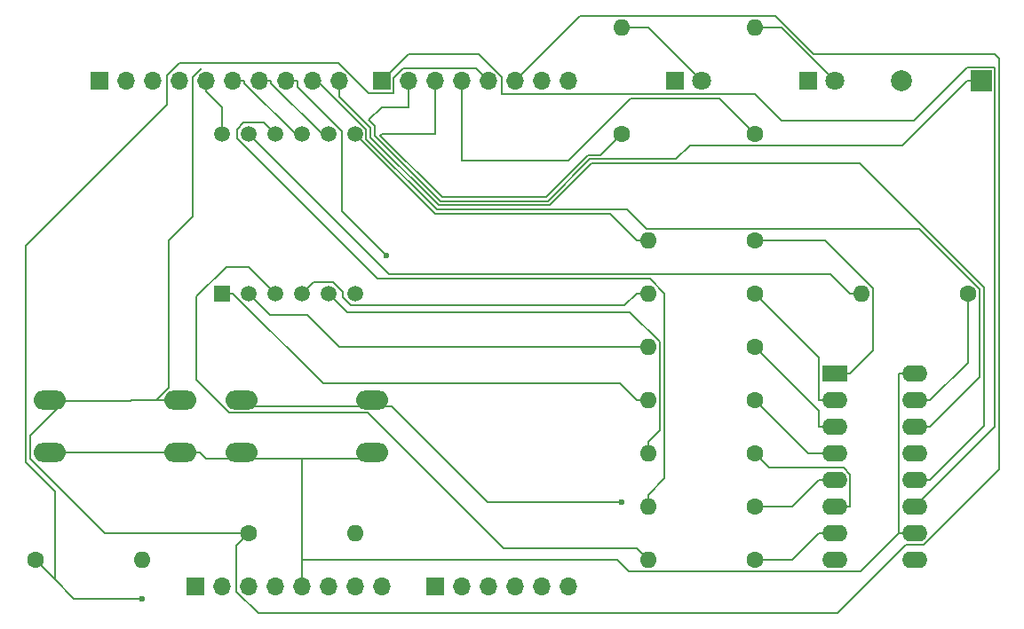
<source format=gbr>
%TF.GenerationSoftware,KiCad,Pcbnew,(7.0.0)*%
%TF.CreationDate,2023-04-11T17:05:15-06:00*%
%TF.ProjectId,EmbeddedSystemsPhaseA,456d6265-6464-4656-9453-797374656d73,rev?*%
%TF.SameCoordinates,Original*%
%TF.FileFunction,Copper,L1,Top*%
%TF.FilePolarity,Positive*%
%FSLAX46Y46*%
G04 Gerber Fmt 4.6, Leading zero omitted, Abs format (unit mm)*
G04 Created by KiCad (PCBNEW (7.0.0)) date 2023-04-11 17:05:15*
%MOMM*%
%LPD*%
G01*
G04 APERTURE LIST*
%TA.AperFunction,ComponentPad*%
%ADD10R,1.700000X1.700000*%
%TD*%
%TA.AperFunction,ComponentPad*%
%ADD11O,1.700000X1.700000*%
%TD*%
%TA.AperFunction,ComponentPad*%
%ADD12R,1.800000X1.800000*%
%TD*%
%TA.AperFunction,ComponentPad*%
%ADD13C,1.800000*%
%TD*%
%TA.AperFunction,ComponentPad*%
%ADD14R,2.400000X1.600000*%
%TD*%
%TA.AperFunction,ComponentPad*%
%ADD15O,2.400000X1.600000*%
%TD*%
%TA.AperFunction,ComponentPad*%
%ADD16C,1.600000*%
%TD*%
%TA.AperFunction,ComponentPad*%
%ADD17O,1.600000X1.600000*%
%TD*%
%TA.AperFunction,ComponentPad*%
%ADD18R,2.000000X2.000000*%
%TD*%
%TA.AperFunction,ComponentPad*%
%ADD19C,2.000000*%
%TD*%
%TA.AperFunction,ComponentPad*%
%ADD20O,3.048000X1.850000*%
%TD*%
%TA.AperFunction,ComponentPad*%
%ADD21R,1.500000X1.500000*%
%TD*%
%TA.AperFunction,ComponentPad*%
%ADD22C,1.500000*%
%TD*%
%TA.AperFunction,ViaPad*%
%ADD23C,0.600000*%
%TD*%
%TA.AperFunction,Conductor*%
%ADD24C,0.200000*%
%TD*%
G04 APERTURE END LIST*
D10*
%TO.P,J1,1,Pin_1*%
%TO.N,unconnected-(J1-Pin_1-Pad1)*%
X127939999Y-97459999D03*
D11*
%TO.P,J1,2,Pin_2*%
%TO.N,/IOREF*%
X130479999Y-97459999D03*
%TO.P,J1,3,Pin_3*%
%TO.N,/~{RESET}*%
X133019999Y-97459999D03*
%TO.P,J1,4,Pin_4*%
%TO.N,+3V3*%
X135559999Y-97459999D03*
%TO.P,J1,5,Pin_5*%
%TO.N,+5V*%
X138099999Y-97459999D03*
%TO.P,J1,6,Pin_6*%
%TO.N,GND*%
X140639999Y-97459999D03*
%TO.P,J1,7,Pin_7*%
X143179999Y-97459999D03*
%TO.P,J1,8,Pin_8*%
%TO.N,VCC*%
X145719999Y-97459999D03*
%TD*%
D10*
%TO.P,J3,1,Pin_1*%
%TO.N,/A0*%
X150799999Y-97459999D03*
D11*
%TO.P,J3,2,Pin_2*%
%TO.N,/A1*%
X153339999Y-97459999D03*
%TO.P,J3,3,Pin_3*%
%TO.N,/A2*%
X155879999Y-97459999D03*
%TO.P,J3,4,Pin_4*%
%TO.N,/A3*%
X158419999Y-97459999D03*
%TO.P,J3,5,Pin_5*%
%TO.N,/SDA{slash}A4*%
X160959999Y-97459999D03*
%TO.P,J3,6,Pin_6*%
%TO.N,/SCL{slash}A5*%
X163499999Y-97459999D03*
%TD*%
D10*
%TO.P,J2,1,Pin_1*%
%TO.N,unconnected-(J2-Pin_1-Pad1)*%
X118795999Y-49199999D03*
D11*
%TO.P,J2,2,Pin_2*%
%TO.N,unconnected-(J2-Pin_2-Pad2)*%
X121335999Y-49199999D03*
%TO.P,J2,3,Pin_3*%
%TO.N,unconnected-(J2-Pin_3-Pad3)*%
X123875999Y-49199999D03*
%TO.P,J2,4,Pin_4*%
%TO.N,GND*%
X126415999Y-49199999D03*
%TO.P,J2,5,Pin_5*%
%TO.N,Dig1*%
X128955999Y-49199999D03*
%TO.P,J2,6,Pin_6*%
%TO.N,Dig2*%
X131495999Y-49199999D03*
%TO.P,J2,7,Pin_7*%
%TO.N,Dig3*%
X134035999Y-49199999D03*
%TO.P,J2,8,Pin_8*%
%TO.N,Dig4*%
X136575999Y-49199999D03*
%TO.P,J2,9,Pin_9*%
%TO.N,DS*%
X139115999Y-49199999D03*
%TO.P,J2,10,Pin_10*%
%TO.N,ST_CP*%
X141655999Y-49199999D03*
%TD*%
D10*
%TO.P,J4,1,Pin_1*%
%TO.N,SH_CP*%
X145719999Y-49199999D03*
D11*
%TO.P,J4,2,Pin_2*%
%TO.N,Buzzer*%
X148259999Y-49199999D03*
%TO.P,J4,3,Pin_3*%
%TO.N,RED_LED*%
X150799999Y-49199999D03*
%TO.P,J4,4,Pin_4*%
%TO.N,GREEN_LED*%
X153339999Y-49199999D03*
%TO.P,J4,5,Pin_5*%
%TO.N,Button_2*%
X155879999Y-49199999D03*
%TO.P,J4,6,Pin_6*%
%TO.N,Button_1*%
X158419999Y-49199999D03*
%TO.P,J4,7,Pin_7*%
%TO.N,/TX{slash}1*%
X160959999Y-49199999D03*
%TO.P,J4,8,Pin_8*%
%TO.N,/RX{slash}0*%
X163499999Y-49199999D03*
%TD*%
D12*
%TO.P,D2,1,K*%
%TO.N,GND*%
X186359999Y-49199999D03*
D13*
%TO.P,D2,2,A*%
%TO.N,Net-(D2-A)*%
X188900000Y-49200000D03*
%TD*%
D14*
%TO.P,U2,1,QB*%
%TO.N,b*%
X188899999Y-77139999D03*
D15*
%TO.P,U2,2,QC*%
%TO.N,c*%
X188899999Y-79679999D03*
%TO.P,U2,3,QD*%
%TO.N,d*%
X188899999Y-82219999D03*
%TO.P,U2,4,QE*%
%TO.N,e*%
X188899999Y-84759999D03*
%TO.P,U2,5,QF*%
%TO.N,f*%
X188899999Y-87299999D03*
%TO.P,U2,6,QG*%
%TO.N,g*%
X188899999Y-89839999D03*
%TO.P,U2,7,QH*%
%TO.N,dp*%
X188899999Y-92379999D03*
%TO.P,U2,8,GND*%
%TO.N,GND*%
X188899999Y-94919999D03*
%TO.P,U2,9,QH'*%
%TO.N,unconnected-(U2-QH'-Pad9)*%
X196519999Y-94919999D03*
%TO.P,U2,10,~{SRCLR}*%
%TO.N,+5V*%
X196519999Y-92379999D03*
%TO.P,U2,11,SRCLK*%
%TO.N,SH_CP*%
X196519999Y-89839999D03*
%TO.P,U2,12,RCLK*%
%TO.N,ST_CP*%
X196519999Y-87299999D03*
%TO.P,U2,13,~{OE}*%
%TO.N,GND*%
X196519999Y-84759999D03*
%TO.P,U2,14,SER*%
%TO.N,DS*%
X196519999Y-82219999D03*
%TO.P,U2,15,QA*%
%TO.N,a*%
X196519999Y-79679999D03*
%TO.P,U2,16,VCC*%
%TO.N,+5V*%
X196519999Y-77139999D03*
%TD*%
D16*
%TO.P,R8,1*%
%TO.N,d*%
X181280000Y-74600000D03*
D17*
%TO.P,R8,2*%
%TO.N,Net-(U1-d)*%
X171119999Y-74599999D03*
%TD*%
D16*
%TO.P,R5,1*%
%TO.N,a*%
X201600000Y-69520000D03*
D17*
%TO.P,R5,2*%
%TO.N,Net-(U1-a)*%
X191439999Y-69519999D03*
%TD*%
D12*
%TO.P,D1,1,K*%
%TO.N,GND*%
X173659999Y-49199999D03*
D13*
%TO.P,D1,2,A*%
%TO.N,Net-(D1-A)*%
X176200000Y-49200000D03*
%TD*%
D16*
%TO.P,R1,1*%
%TO.N,Button_1*%
X133020000Y-92380000D03*
D17*
%TO.P,R1,2*%
%TO.N,GND*%
X143179999Y-92379999D03*
%TD*%
D18*
%TO.P,LS1,1,1*%
%TO.N,Buzzer*%
X202859999Y-49199999D03*
D19*
%TO.P,LS1,2,2*%
%TO.N,GND*%
X195260000Y-49200000D03*
%TD*%
D16*
%TO.P,R2,1*%
%TO.N,Button_2*%
X112700000Y-94920000D03*
D17*
%TO.P,R2,2*%
%TO.N,GND*%
X122859999Y-94919999D03*
%TD*%
D20*
%TO.P,STARTSTOP,1,1*%
%TO.N,+5V*%
X126559999Y-84719999D03*
X114059999Y-84719999D03*
%TO.P,STARTSTOP,2,2*%
%TO.N,Button_1*%
X126559999Y-79719999D03*
X114059999Y-79719999D03*
%TD*%
%TO.P,INCREMENT,1,1*%
%TO.N,+5V*%
X144824999Y-84679999D03*
X132324999Y-84679999D03*
%TO.P,INCREMENT,2,2*%
%TO.N,Button_2*%
X144824999Y-79679999D03*
X132324999Y-79679999D03*
%TD*%
D21*
%TO.P,U1,1,e*%
%TO.N,Net-(U1-e)*%
X130479999Y-69519999D03*
D22*
%TO.P,U1,2,d*%
%TO.N,Net-(U1-d)*%
X133020000Y-69520000D03*
%TO.P,U1,3,DPX*%
%TO.N,Net-(U1-DPX)*%
X135560000Y-69520000D03*
%TO.P,U1,4,c*%
%TO.N,Net-(U1-c)*%
X138100000Y-69520000D03*
%TO.P,U1,5,g*%
%TO.N,Net-(U1-g)*%
X140640000Y-69520000D03*
%TO.P,U1,6,CA4*%
%TO.N,Dig4*%
X143180000Y-69520000D03*
%TO.P,U1,7,b*%
%TO.N,Net-(U1-b)*%
X143180000Y-54280000D03*
%TO.P,U1,8,CA3*%
%TO.N,Dig3*%
X140640000Y-54280000D03*
%TO.P,U1,9,CA2*%
%TO.N,Dig2*%
X138100000Y-54280000D03*
%TO.P,U1,10,f*%
%TO.N,Net-(U1-f)*%
X135560000Y-54280000D03*
%TO.P,U1,11,a*%
%TO.N,Net-(U1-a)*%
X133020000Y-54280000D03*
%TO.P,U1,12,CA1*%
%TO.N,Dig1*%
X130480000Y-54280000D03*
%TD*%
D16*
%TO.P,R12,1*%
%TO.N,dp*%
X181280000Y-94920000D03*
D17*
%TO.P,R12,2*%
%TO.N,Net-(U1-DPX)*%
X171119999Y-94919999D03*
%TD*%
D16*
%TO.P,R10,1*%
%TO.N,f*%
X181280000Y-89840000D03*
D17*
%TO.P,R10,2*%
%TO.N,Net-(U1-f)*%
X171119999Y-89839999D03*
%TD*%
D16*
%TO.P,R9,1*%
%TO.N,e*%
X181280000Y-79680000D03*
D17*
%TO.P,R9,2*%
%TO.N,Net-(U1-e)*%
X171119999Y-79679999D03*
%TD*%
D16*
%TO.P,R6,1*%
%TO.N,b*%
X181280000Y-64440000D03*
D17*
%TO.P,R6,2*%
%TO.N,Net-(U1-b)*%
X171119999Y-64439999D03*
%TD*%
D16*
%TO.P,R3,1*%
%TO.N,RED_LED*%
X168580000Y-54280000D03*
D17*
%TO.P,R3,2*%
%TO.N,Net-(D1-A)*%
X168579999Y-44119999D03*
%TD*%
D16*
%TO.P,R7,1*%
%TO.N,c*%
X181280000Y-69520000D03*
D17*
%TO.P,R7,2*%
%TO.N,Net-(U1-c)*%
X171119999Y-69519999D03*
%TD*%
D16*
%TO.P,R11,1*%
%TO.N,g*%
X181280000Y-84760000D03*
D17*
%TO.P,R11,2*%
%TO.N,Net-(U1-g)*%
X171119999Y-84759999D03*
%TD*%
D16*
%TO.P,R4,1*%
%TO.N,GREEN_LED*%
X181280000Y-54280000D03*
D17*
%TO.P,R4,2*%
%TO.N,Net-(D2-A)*%
X181279999Y-44119999D03*
%TD*%
D23*
%TO.N,Dig4*%
X146165900Y-65909300D03*
%TO.N,Button_2*%
X122860000Y-98620800D03*
X168569000Y-89460800D03*
%TD*%
D24*
%TO.N,+5V*%
X126560000Y-84720000D02*
X114060000Y-84720000D01*
X132916900Y-85271900D02*
X128936000Y-85271900D01*
X196520000Y-92380000D02*
X195019900Y-92380000D01*
X195019900Y-77140000D02*
X195019900Y-92380000D01*
X144233100Y-85271900D02*
X138100000Y-85271900D01*
X138100000Y-94895000D02*
X168136500Y-94895000D01*
X144233100Y-85271900D02*
X144825000Y-84680000D01*
X191357900Y-96042000D02*
X195019900Y-92380000D01*
X138100000Y-97460000D02*
X138100000Y-94895000D01*
X128384000Y-84720000D02*
X126560000Y-84720000D01*
X196520000Y-77140000D02*
X195019900Y-77140000D01*
X138100000Y-94895000D02*
X138100000Y-85271900D01*
X138100000Y-85271900D02*
X132916900Y-85271900D01*
X128936000Y-85271900D02*
X128384000Y-84720000D01*
X169283500Y-96042000D02*
X191357900Y-96042000D01*
X132916900Y-85271900D02*
X132325000Y-84680000D01*
X144825000Y-85271900D02*
X144233100Y-85271900D01*
X168136500Y-94895000D02*
X169283500Y-96042000D01*
%TO.N,Net-(D1-A)*%
X168580000Y-44120000D02*
X171120000Y-44120000D01*
X171120000Y-44120000D02*
X176200000Y-49200000D01*
%TO.N,Net-(D2-A)*%
X183820000Y-44120000D02*
X188900000Y-49200000D01*
X181280000Y-44120000D02*
X183820000Y-44120000D01*
%TO.N,Dig1*%
X128956000Y-50216000D02*
X128956000Y-49200000D01*
X130480000Y-51740000D02*
X128956000Y-50216000D01*
X130480000Y-54280000D02*
X130480000Y-51740000D01*
%TO.N,Dig2*%
X138100000Y-54280000D02*
X137487800Y-54280000D01*
X137487800Y-54280000D02*
X132646100Y-49438300D01*
X132646100Y-49438300D02*
X132646100Y-49200000D01*
X131496000Y-49200000D02*
X132646100Y-49200000D01*
%TO.N,Dig3*%
X135186100Y-49438300D02*
X135186100Y-49200000D01*
X134036000Y-49200000D02*
X135186100Y-49200000D01*
X140640000Y-54280000D02*
X140027800Y-54280000D01*
X140027800Y-54280000D02*
X135186100Y-49438300D01*
%TO.N,Dig4*%
X141910000Y-61653400D02*
X141910000Y-53991000D01*
X137726100Y-49807100D02*
X137726100Y-49200000D01*
X136576000Y-49200000D02*
X137726100Y-49200000D01*
X141910000Y-53991000D02*
X137726100Y-49807100D01*
X146165900Y-65909300D02*
X141910000Y-61653400D01*
%TO.N,DS*%
X139584925Y-49200000D02*
X139116000Y-49200000D01*
X144230000Y-54764314D02*
X144230000Y-53845075D01*
X169138100Y-61500000D02*
X150965686Y-61500000D01*
X198020100Y-82220000D02*
X202748400Y-77491700D01*
X170977900Y-63339800D02*
X169138100Y-61500000D01*
X196987600Y-63339800D02*
X170977900Y-63339800D01*
X196520000Y-82220000D02*
X198020100Y-82220000D01*
X202748400Y-69100600D02*
X196987600Y-63339800D01*
X150965686Y-61500000D02*
X144230000Y-54764314D01*
X202748400Y-77491700D02*
X202748400Y-69100600D01*
X144230000Y-53845075D02*
X139584925Y-49200000D01*
%TO.N,ST_CP*%
X165746800Y-57079600D02*
X161726400Y-61100000D01*
X161726400Y-61100000D02*
X151131372Y-61100000D01*
X196520000Y-87300000D02*
X198020100Y-87300000D01*
X141656000Y-50705389D02*
X141656000Y-49200000D01*
X151131372Y-61100000D02*
X144630000Y-54598628D01*
X144630000Y-54598628D02*
X144630000Y-53679389D01*
X203177600Y-82142500D02*
X203177600Y-68936600D01*
X198020100Y-87300000D02*
X203177600Y-82142500D01*
X203177600Y-68936600D02*
X191320600Y-57079600D01*
X144630000Y-53679389D02*
X141656000Y-50705389D01*
X191320600Y-57079600D02*
X165746800Y-57079600D01*
%TO.N,SH_CP*%
X145720000Y-49200000D02*
X148260000Y-46660000D01*
X157164800Y-50484800D02*
X181280000Y-50484800D01*
X148260000Y-46660000D02*
X154966346Y-46660000D01*
X157164800Y-48858454D02*
X157164800Y-50484800D01*
X196435200Y-53024800D02*
X201560000Y-47900000D01*
X183820000Y-53024800D02*
X196435200Y-53024800D01*
X204160000Y-47900000D02*
X204160000Y-82200000D01*
X154966346Y-46660000D02*
X157164800Y-48858454D01*
X204160000Y-82200000D02*
X196520000Y-89840000D01*
X201560000Y-47900000D02*
X204160000Y-47900000D01*
X181280000Y-50484800D02*
X183820000Y-53024800D01*
%TO.N,Buzzer*%
X145720000Y-51740000D02*
X148260000Y-51740000D01*
X145030000Y-54432942D02*
X145030000Y-53513703D01*
X202860000Y-49200000D02*
X201559900Y-49200000D01*
X144488149Y-52971851D02*
X145720000Y-51740000D01*
X195375400Y-55384500D02*
X175095500Y-55384500D01*
X173800400Y-56679600D02*
X165581114Y-56679600D01*
X161560714Y-60700000D02*
X151297058Y-60700000D01*
X151297058Y-60700000D02*
X145030000Y-54432942D01*
X175095500Y-55384500D02*
X173800400Y-56679600D01*
X145030000Y-53513703D02*
X144488149Y-52971851D01*
X201559900Y-49200000D02*
X195375400Y-55384500D01*
X148260000Y-49200000D02*
X148260000Y-51740000D01*
X165581114Y-56679600D02*
X161560714Y-60700000D01*
%TO.N,RED_LED*%
X165415429Y-56279600D02*
X166580400Y-56279600D01*
X166580400Y-56279600D02*
X168580000Y-54280000D01*
X145720000Y-54280000D02*
X145581372Y-54418628D01*
X145581372Y-54418628D02*
X151462744Y-60300000D01*
X151462744Y-60300000D02*
X161395028Y-60300000D01*
X150800000Y-54280000D02*
X145720000Y-54280000D01*
X150800000Y-49200000D02*
X150800000Y-54280000D01*
X161395028Y-60300000D02*
X165415429Y-56279600D01*
%TO.N,GREEN_LED*%
X181280000Y-54280000D02*
X177884800Y-50884800D01*
X163500000Y-56820000D02*
X153340000Y-56820000D01*
X169435200Y-50884800D02*
X163500000Y-56820000D01*
X153340000Y-49200000D02*
X153340000Y-56820000D01*
X177884800Y-50884800D02*
X169435200Y-50884800D01*
%TO.N,Button_2*%
X154730000Y-48050000D02*
X147783654Y-48050000D01*
X146870000Y-48963654D02*
X146870000Y-50350000D01*
X144233100Y-80271900D02*
X144825000Y-79680000D01*
X132916900Y-80271900D02*
X132325000Y-79680000D01*
X155838000Y-89460800D02*
X146649000Y-80271900D01*
X144233100Y-80271900D02*
X132916900Y-80271900D01*
X114550500Y-96770400D02*
X112700000Y-94920000D01*
X114550500Y-88418000D02*
X114550500Y-96770400D01*
X116401000Y-98620800D02*
X114550500Y-96770400D01*
X132916900Y-80271900D02*
X132325000Y-80271900D01*
X111758600Y-64982200D02*
X111758600Y-85626100D01*
X155880000Y-49200000D02*
X154730000Y-48050000D01*
X122860000Y-98620800D02*
X116401000Y-98620800D01*
X141609646Y-47527300D02*
X126462354Y-47527300D01*
X126462354Y-47527300D02*
X125266000Y-48723654D01*
X146870000Y-50350000D02*
X144432346Y-50350000D01*
X147783654Y-48050000D02*
X146870000Y-48963654D01*
X125266000Y-51474800D02*
X111758600Y-64982200D01*
X144432346Y-50350000D02*
X141609646Y-47527300D01*
X125266000Y-48723654D02*
X125266000Y-51474800D01*
X146649000Y-80271900D02*
X144233100Y-80271900D01*
X168569000Y-89460800D02*
X155838000Y-89460800D01*
X111758600Y-85626100D02*
X114550500Y-88418000D01*
%TO.N,Button_1*%
X127686000Y-62154000D02*
X127686000Y-48838900D01*
X114060000Y-79720000D02*
X115200000Y-79720000D01*
X119335600Y-92380000D02*
X133020000Y-92380000D01*
X114098000Y-79757700D02*
X114060000Y-79720000D01*
X121832000Y-79720000D02*
X121809000Y-79697500D01*
X115200000Y-79720000D02*
X115240000Y-79680000D01*
X115535900Y-79757700D02*
X112203200Y-83090400D01*
X195664365Y-93480000D02*
X189144365Y-100000000D01*
X124196000Y-79720000D02*
X121832000Y-79720000D01*
X183285686Y-43020000D02*
X186925686Y-46660000D01*
X204140000Y-46660000D02*
X204560000Y-47080000D01*
X158420000Y-49200000D02*
X164600000Y-43020000D01*
X197375635Y-93480000D02*
X195664365Y-93480000D01*
X204560000Y-86295635D02*
X197375635Y-93480000D01*
X204560000Y-47080000D02*
X204560000Y-86295635D01*
X127686000Y-48838900D02*
X128522500Y-48002400D01*
X124196000Y-79720000D02*
X125400000Y-78516000D01*
X186925686Y-46660000D02*
X204140000Y-46660000D01*
X189144365Y-100000000D02*
X133933654Y-100000000D01*
X121809000Y-79697300D02*
X121806000Y-79694200D01*
X115535900Y-79757700D02*
X114098000Y-79757700D01*
X125400000Y-78516000D02*
X125400000Y-64440000D01*
X125400000Y-64440000D02*
X127686000Y-62154000D01*
X164600000Y-43020000D02*
X183285686Y-43020000D01*
X131870000Y-97936346D02*
X131870000Y-93530000D01*
X112203200Y-83090400D02*
X112203200Y-85247600D01*
X121806000Y-79694200D02*
X121742000Y-79757700D01*
X131870000Y-93530000D02*
X133020000Y-92380000D01*
X112203200Y-85247600D02*
X119335600Y-92380000D01*
X121809000Y-79697500D02*
X121809000Y-79697300D01*
X126560000Y-79720000D02*
X124196000Y-79720000D01*
X133933654Y-100000000D02*
X131870000Y-97936346D01*
X121742000Y-79757700D02*
X115535900Y-79757700D01*
%TO.N,a*%
X201600000Y-76100100D02*
X198020100Y-79680000D01*
X201600000Y-69520000D02*
X201600000Y-76100100D01*
X196520000Y-79680000D02*
X198020100Y-79680000D01*
%TO.N,Net-(U1-a)*%
X146375700Y-67635700D02*
X188455600Y-67635700D01*
X191440000Y-69520000D02*
X190339900Y-69520000D01*
X188455600Y-67635700D02*
X190339900Y-69520000D01*
X133020000Y-54280000D02*
X146375700Y-67635700D01*
%TO.N,b*%
X192573300Y-74966800D02*
X192573300Y-69037200D01*
X188900000Y-77140000D02*
X190400100Y-77140000D01*
X187976100Y-64440000D02*
X181280000Y-64440000D01*
X192573300Y-69037200D02*
X187976100Y-64440000D01*
X190400100Y-77140000D02*
X192573300Y-74966800D01*
%TO.N,Net-(U1-b)*%
X143180000Y-54280000D02*
X150800000Y-61900000D01*
X150800000Y-61900000D02*
X167479900Y-61900000D01*
X170019900Y-64440000D02*
X171120000Y-64440000D01*
X167479900Y-61900000D02*
X170019900Y-64440000D01*
%TO.N,c*%
X181280000Y-69520000D02*
X187399900Y-75639900D01*
X187399900Y-75639900D02*
X187399900Y-79680000D01*
X188900000Y-79680000D02*
X187399900Y-79680000D01*
%TO.N,Net-(U1-c)*%
X142020000Y-69361000D02*
X141084600Y-68425600D01*
X168888100Y-70651800D02*
X142785600Y-70651800D01*
X139194400Y-68425600D02*
X138100000Y-69520000D01*
X171120000Y-69520000D02*
X170019900Y-69520000D01*
X141084600Y-68425600D02*
X139194400Y-68425600D01*
X142020000Y-69886200D02*
X142020000Y-69361000D01*
X142785600Y-70651800D02*
X142020000Y-69886200D01*
X170019900Y-69520000D02*
X168888100Y-70651800D01*
%TO.N,d*%
X188900000Y-82220000D02*
X187399900Y-82220000D01*
X187399900Y-80719900D02*
X187399900Y-82220000D01*
X181280000Y-74600000D02*
X187399900Y-80719900D01*
%TO.N,Net-(U1-d)*%
X141649200Y-74600000D02*
X138604600Y-71555400D01*
X135055400Y-71555400D02*
X133020000Y-69520000D01*
X171120000Y-74600000D02*
X141649200Y-74600000D01*
X138604600Y-71555400D02*
X135055400Y-71555400D01*
%TO.N,e*%
X181280000Y-79680000D02*
X186360000Y-84760000D01*
X186360000Y-84760000D02*
X188900000Y-84760000D01*
%TO.N,Net-(U1-e)*%
X130480000Y-69520000D02*
X131530100Y-69520000D01*
X168455300Y-78115400D02*
X170019900Y-79680000D01*
X131530100Y-69520000D02*
X140125500Y-78115400D01*
X140125500Y-78115400D02*
X168455300Y-78115400D01*
X171120000Y-79680000D02*
X170019900Y-79680000D01*
%TO.N,f*%
X184859900Y-89840000D02*
X187399900Y-87300000D01*
X181280000Y-89840000D02*
X184859900Y-89840000D01*
X188900000Y-87300000D02*
X187399900Y-87300000D01*
%TO.N,Net-(U1-f)*%
X134504700Y-53224700D02*
X132550000Y-53224700D01*
X131930400Y-54684700D02*
X145332000Y-68086300D01*
X145332000Y-68086300D02*
X171272200Y-68086300D01*
X131930400Y-53844300D02*
X131930400Y-54684700D01*
X172692500Y-69506600D02*
X172692500Y-87167400D01*
X171120000Y-89840000D02*
X171120000Y-88739900D01*
X135560000Y-54280000D02*
X134504700Y-53224700D01*
X171272200Y-68086300D02*
X172692500Y-69506600D01*
X132550000Y-53224700D02*
X131930400Y-53844300D01*
X172692500Y-87167400D02*
X171120000Y-88739900D01*
%TO.N,g*%
X190400100Y-86774400D02*
X189785800Y-86160100D01*
X182680100Y-86160100D02*
X181280000Y-84760000D01*
X189785800Y-86160100D02*
X182680100Y-86160100D01*
X190400100Y-89840000D02*
X190400100Y-86774400D01*
X188900000Y-89840000D02*
X190400100Y-89840000D01*
%TO.N,Net-(U1-g)*%
X169399300Y-71279300D02*
X172225000Y-74105000D01*
X172225000Y-74105000D02*
X172225000Y-82554900D01*
X171120000Y-84760000D02*
X171120000Y-83659900D01*
X140640000Y-69520000D02*
X142399300Y-71279300D01*
X172225000Y-82554900D02*
X171120000Y-83659900D01*
X142399300Y-71279300D02*
X169399300Y-71279300D01*
%TO.N,dp*%
X184859900Y-94920000D02*
X187399900Y-92380000D01*
X188900000Y-92380000D02*
X187399900Y-92380000D01*
X181280000Y-94920000D02*
X184859900Y-94920000D01*
%TO.N,Net-(U1-DPX)*%
X131218588Y-80905000D02*
X128086000Y-77772412D01*
X171120000Y-94920000D02*
X170020000Y-93820000D01*
X144405000Y-80905000D02*
X131218588Y-80905000D01*
X157320000Y-93820000D02*
X144405000Y-80905000D01*
X130920000Y-66980000D02*
X133020000Y-66980000D01*
X128086000Y-69814000D02*
X130920000Y-66980000D01*
X133020000Y-66980000D02*
X135560000Y-69520000D01*
X170020000Y-93820000D02*
X157320000Y-93820000D01*
X128086000Y-77772412D02*
X128086000Y-69814000D01*
%TD*%
M02*

</source>
